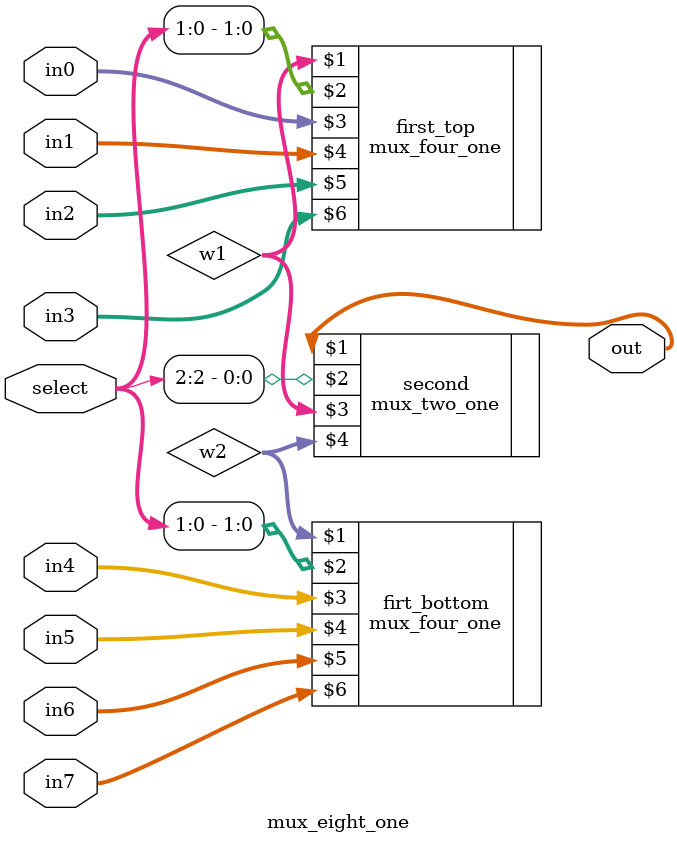
<source format=v>
module mux_eight_one(out, select, in0, in1, in2, in3, in4, in5, in6, in7);

    input[2:0] select;
    input[31:0] in0, in1, in2, in3,in4, in5, in6, in7;
    output [31:0] out;

    wire [31:0] w1, w2;

    mux_four_one first_top(w1, select[1:0], in0, in1, in2, in3);
    mux_four_one firt_bottom(w2, select[1:0], in4, in5, in6, in7);
    mux_two_one second(out, select[2], w1, w2);

endmodule
</source>
